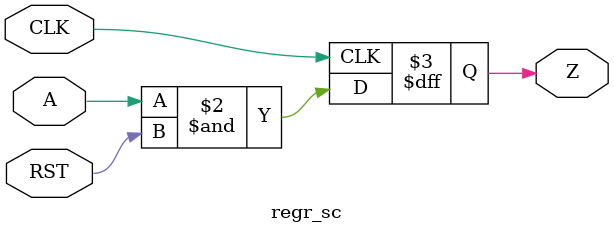
<source format=v>
module regr_sc(
	input  A,   
	input RST,   
	input CLK,   
	output reg Z
);
   always @(posedge CLK) begin
      Z <= (A&{1{RST}});
   end
endmodule
</source>
